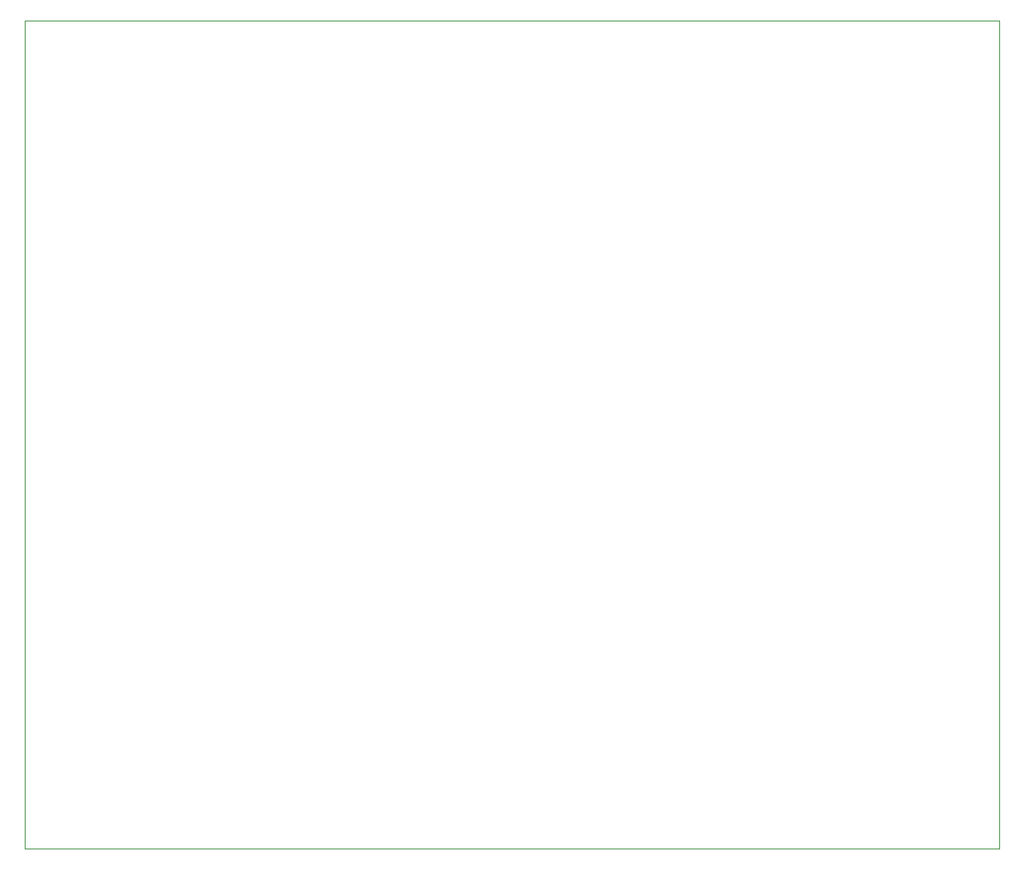
<source format=gm1>
G04 #@! TF.GenerationSoftware,KiCad,Pcbnew,8.0.3*
G04 #@! TF.CreationDate,2024-08-23T22:21:50+02:00*
G04 #@! TF.ProjectId,temp_power_management,74656d70-5f70-46f7-9765-725f6d616e61,rev?*
G04 #@! TF.SameCoordinates,Original*
G04 #@! TF.FileFunction,Profile,NP*
%FSLAX46Y46*%
G04 Gerber Fmt 4.6, Leading zero omitted, Abs format (unit mm)*
G04 Created by KiCad (PCBNEW 8.0.3) date 2024-08-23 22:21:50*
%MOMM*%
%LPD*%
G01*
G04 APERTURE LIST*
G04 #@! TA.AperFunction,Profile*
%ADD10C,0.100000*%
G04 #@! TD*
G04 APERTURE END LIST*
D10*
X199122000Y-143510000D02*
X99122000Y-143510000D01*
X99122000Y-58510000D01*
X199122000Y-58510000D01*
X199122000Y-143510000D01*
M02*

</source>
